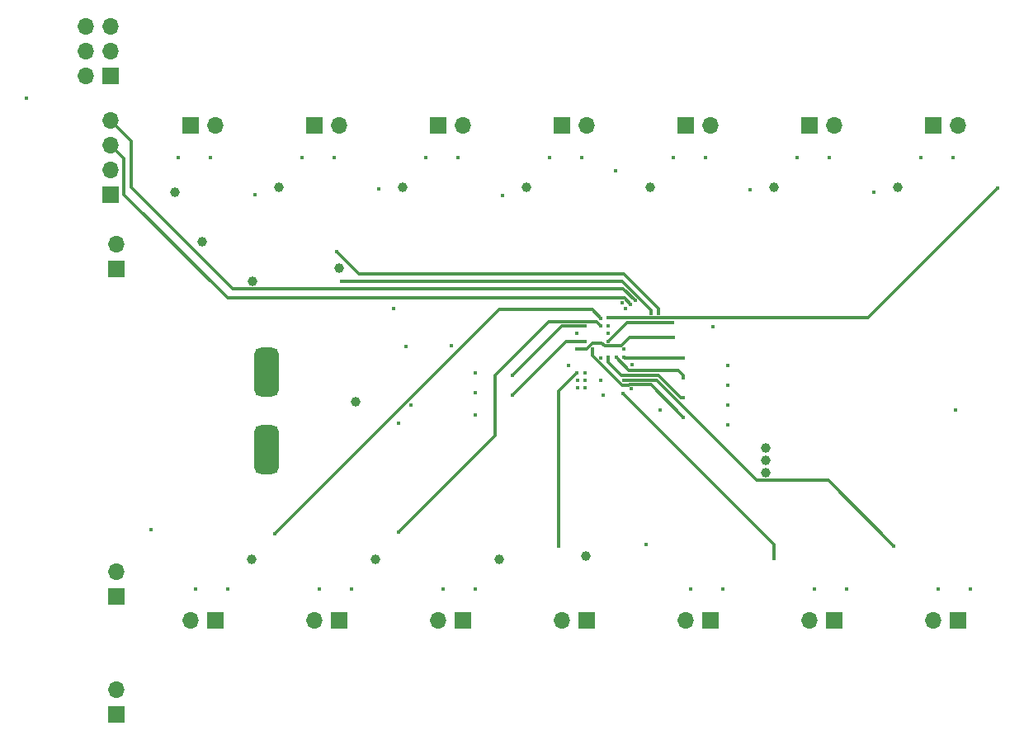
<source format=gbr>
%TF.GenerationSoftware,KiCad,Pcbnew,6.0.0*%
%TF.CreationDate,2022-01-12T20:58:30-05:00*%
%TF.ProjectId,output-board,6f757470-7574-42d6-926f-6172642e6b69,rev?*%
%TF.SameCoordinates,Original*%
%TF.FileFunction,Copper,L3,Inr*%
%TF.FilePolarity,Positive*%
%FSLAX46Y46*%
G04 Gerber Fmt 4.6, Leading zero omitted, Abs format (unit mm)*
G04 Created by KiCad (PCBNEW 6.0.0) date 2022-01-12 20:58:30*
%MOMM*%
%LPD*%
G01*
G04 APERTURE LIST*
G04 Aperture macros list*
%AMRoundRect*
0 Rectangle with rounded corners*
0 $1 Rounding radius*
0 $2 $3 $4 $5 $6 $7 $8 $9 X,Y pos of 4 corners*
0 Add a 4 corners polygon primitive as box body*
4,1,4,$2,$3,$4,$5,$6,$7,$8,$9,$2,$3,0*
0 Add four circle primitives for the rounded corners*
1,1,$1+$1,$2,$3*
1,1,$1+$1,$4,$5*
1,1,$1+$1,$6,$7*
1,1,$1+$1,$8,$9*
0 Add four rect primitives between the rounded corners*
20,1,$1+$1,$2,$3,$4,$5,0*
20,1,$1+$1,$4,$5,$6,$7,0*
20,1,$1+$1,$6,$7,$8,$9,0*
20,1,$1+$1,$8,$9,$2,$3,0*%
G04 Aperture macros list end*
%TA.AperFunction,ComponentPad*%
%ADD10R,1.700000X1.700000*%
%TD*%
%TA.AperFunction,ComponentPad*%
%ADD11O,1.700000X1.700000*%
%TD*%
%TA.AperFunction,ComponentPad*%
%ADD12RoundRect,0.625000X0.625000X-1.875000X0.625000X1.875000X-0.625000X1.875000X-0.625000X-1.875000X0*%
%TD*%
%TA.AperFunction,ViaPad*%
%ADD13C,0.400000*%
%TD*%
%TA.AperFunction,ViaPad*%
%ADD14C,1.000000*%
%TD*%
%TA.AperFunction,Conductor*%
%ADD15C,0.300000*%
%TD*%
G04 APERTURE END LIST*
D10*
%TO.N,Net-(D5-Pad1)*%
%TO.C,J8*%
X85979000Y-42724000D03*
D11*
%TO.N,+12V*%
X88519000Y-42724000D03*
%TD*%
D10*
%TO.N,Net-(J6-Pad1)*%
%TO.C,J6*%
X40259000Y-57404000D03*
D11*
%TO.N,Net-(J6-Pad2)*%
X40259000Y-54864000D03*
%TD*%
D10*
%TO.N,GND*%
%TO.C,J20*%
X88519000Y-93524000D03*
D11*
%TO.N,Net-(U3-PadH2)*%
X85979000Y-93524000D03*
%TD*%
D10*
%TO.N,Net-(D10-Pad1)*%
%TO.C,J13*%
X63119000Y-93524000D03*
D11*
%TO.N,+12V*%
X60579000Y-93524000D03*
%TD*%
D10*
%TO.N,Net-(D8-Pad1)*%
%TO.C,J11*%
X124079000Y-42724000D03*
D11*
%TO.N,+12V*%
X126619000Y-42724000D03*
%TD*%
D10*
%TO.N,GND*%
%TO.C,J19*%
X39624000Y-37592000D03*
D11*
%TO.N,Net-(J19-Pad2)*%
X37084000Y-37592000D03*
%TO.N,Net-(J19-Pad3)*%
X39624000Y-35052000D03*
%TO.N,Net-(J19-Pad4)*%
X37084000Y-35052000D03*
%TO.N,Net-(J19-Pad5)*%
X39624000Y-32512000D03*
%TO.N,Net-(J19-Pad6)*%
X37084000Y-32512000D03*
%TD*%
D10*
%TO.N,GND*%
%TO.C,J4*%
X40259000Y-103124000D03*
D11*
%TO.N,+5V*%
X40259000Y-100584000D03*
%TD*%
D10*
%TO.N,Net-(D3-Pad1)*%
%TO.C,J2*%
X60579000Y-42724000D03*
D11*
%TO.N,+12V*%
X63119000Y-42724000D03*
%TD*%
D10*
%TO.N,Net-(D4-Pad1)*%
%TO.C,J7*%
X73279000Y-42724000D03*
D11*
%TO.N,+12V*%
X75819000Y-42724000D03*
%TD*%
D10*
%TO.N,Net-(D6-Pad1)*%
%TO.C,J9*%
X98679000Y-42724000D03*
D11*
%TO.N,+12V*%
X101219000Y-42724000D03*
%TD*%
D10*
%TO.N,Net-(D7-Pad1)*%
%TO.C,J10*%
X111379000Y-42724000D03*
D11*
%TO.N,+12V*%
X113919000Y-42724000D03*
%TD*%
D10*
%TO.N,Net-(D12-Pad1)*%
%TO.C,J16*%
X113919000Y-93524000D03*
D11*
%TO.N,+12V*%
X111379000Y-93524000D03*
%TD*%
D10*
%TO.N,Net-(J14-Pad1)*%
%TO.C,J14*%
X40259000Y-91064000D03*
D11*
%TO.N,+5V*%
X40259000Y-88524000D03*
%TD*%
D10*
%TO.N,Net-(D11-Pad1)*%
%TO.C,J15*%
X126619000Y-93524000D03*
D11*
%TO.N,+12V*%
X124079000Y-93524000D03*
%TD*%
D10*
%TO.N,Net-(D13-Pad1)*%
%TO.C,J17*%
X101219000Y-93524000D03*
D11*
%TO.N,+12V*%
X98679000Y-93524000D03*
%TD*%
D10*
%TO.N,Net-(D9-Pad1)*%
%TO.C,J12*%
X75819000Y-93524000D03*
D11*
%TO.N,+12V*%
X73279000Y-93524000D03*
%TD*%
D10*
%TO.N,Net-(D1-Pad1)*%
%TO.C,J1*%
X47879000Y-42724000D03*
D11*
%TO.N,+12V*%
X50419000Y-42724000D03*
%TD*%
D12*
%TO.N,GND*%
%TO.C,J3*%
X55619000Y-68059000D03*
%TO.N,+12V*%
X55619000Y-75959000D03*
%TD*%
D10*
%TO.N,Net-(D2-Pad1)*%
%TO.C,J18*%
X50419000Y-93524000D03*
D11*
%TO.N,+12V*%
X47879000Y-93524000D03*
%TD*%
D10*
%TO.N,GND*%
%TO.C,J5*%
X39624000Y-49784000D03*
D11*
%TO.N,+5V*%
X39624000Y-47244000D03*
%TO.N,/SWCLK*%
X39624000Y-44704000D03*
%TO.N,/SWDIO*%
X39624000Y-42164000D03*
%TD*%
D13*
%TO.N,+12V*%
X30988000Y-39878000D03*
%TO.N,/MOSFET-sheet/INPUT*%
X89907801Y-68894435D03*
X43815000Y-84201000D03*
%TO.N,GND*%
X102997000Y-67310000D03*
X101422200Y-63347600D03*
X69204000Y-73279000D03*
D14*
X120396000Y-49022000D03*
D13*
X68707000Y-61468000D03*
D14*
X64793724Y-71053131D03*
D13*
X69977000Y-65405000D03*
D14*
X94996000Y-49022000D03*
X88392000Y-86868000D03*
X107696000Y-49022000D03*
D13*
X74599800Y-65328800D03*
D14*
X106817197Y-77089000D03*
X49022000Y-54610000D03*
D13*
X87503000Y-64066271D03*
D14*
X106894935Y-75819000D03*
X54102000Y-87249000D03*
D13*
X102997000Y-69342000D03*
D14*
X69596000Y-49022000D03*
X56896000Y-49022000D03*
X54229000Y-58674000D03*
X82296000Y-49022000D03*
D13*
X102997000Y-73406000D03*
D14*
X66802000Y-87249000D03*
D13*
X126365000Y-71882000D03*
X77089000Y-72390000D03*
X102997000Y-71374000D03*
D14*
X79502000Y-87249000D03*
D13*
X92303036Y-65664767D03*
X77089000Y-68072000D03*
D14*
X46203882Y-49548652D03*
X106866720Y-78359000D03*
D13*
X70474000Y-71374000D03*
X77089000Y-70104000D03*
D14*
X63096725Y-57384859D03*
D13*
X86639400Y-67310000D03*
%TO.N,/MOSFET-sheet1/INPUT*%
X54483000Y-49784000D03*
X90170000Y-70358000D03*
%TO.N,/MOSFET-sheet2/INPUT*%
X89964348Y-66565398D03*
X67188000Y-49256306D03*
%TO.N,/MOSFET-sheet6/INPUT*%
X117983000Y-49530000D03*
X90710808Y-63275121D03*
%TO.N,Net-(MOSFET6-Pad1)*%
X110114000Y-45969000D03*
X113416000Y-45969000D03*
%TO.N,/MOSFET-sheet5/INPUT*%
X90713428Y-64074170D03*
X105283000Y-49276000D03*
%TO.N,Net-(MOSFET5-Pad1)*%
X100716000Y-45969000D03*
X97414000Y-45969000D03*
%TO.N,Net-(MOSFET2-Pad1)*%
X62616000Y-45969000D03*
X59314000Y-45969000D03*
%TO.N,Net-(MOSFET18-Pad1)*%
X48382000Y-90279000D03*
X51684000Y-90279000D03*
%TO.N,/MOSFET-sheet4/INPUT*%
X91440000Y-47371000D03*
X92137149Y-60877541D03*
%TO.N,Net-(MOSFET4-Pad1)*%
X88016000Y-45969000D03*
X84714000Y-45969000D03*
%TO.N,Net-(MOSFET1-Pad1)*%
X46614000Y-45969000D03*
X49916000Y-45969000D03*
%TO.N,/MOSFET-sheet3/INPUT*%
X92430600Y-61468000D03*
X79883000Y-49911000D03*
%TO.N,Net-(MOSFET3-Pad1)*%
X72014000Y-45969000D03*
X75316000Y-45969000D03*
%TO.N,/Ignition MOSFET/INPUT*%
X94615000Y-85725000D03*
X93091000Y-69723000D03*
%TO.N,Net-(MOSFET13-Pad1)*%
X99182000Y-90279000D03*
X102484000Y-90279000D03*
%TO.N,/MOSFET-sheet11/INPUT*%
X92202000Y-70231000D03*
X107696000Y-87122000D03*
%TO.N,Net-(MOSFET12-Pad1)*%
X115184000Y-90279000D03*
X111882000Y-90279000D03*
%TO.N,/MOSFET-sheet10/INPUT*%
X92306943Y-68872424D03*
X120015000Y-85852000D03*
%TO.N,Net-(MOSFET11-Pad1)*%
X124582000Y-90279000D03*
X127884000Y-90279000D03*
%TO.N,/MOSFET-sheet9/INPUT*%
X89916000Y-62484000D03*
X56515000Y-84582000D03*
%TO.N,Net-(MOSFET9-Pad1)*%
X61082000Y-90279000D03*
X64384000Y-90279000D03*
%TO.N,/MOSFET-sheet8/INPUT*%
X89910724Y-63251047D03*
X69215000Y-84455000D03*
%TO.N,Net-(MOSFET8-Pad1)*%
X77084000Y-90279000D03*
X73782000Y-90279000D03*
%TO.N,/MOSFET-sheet7/INPUT*%
X130683000Y-49149000D03*
X90693199Y-62460042D03*
%TO.N,Net-(MOSFET7-Pad1)*%
X126116000Y-45969000D03*
X122814000Y-45969000D03*
%TO.N,Net-(R1-Pad1)*%
X97256600Y-62941200D03*
X90706818Y-64862143D03*
%TO.N,Net-(J14-Pad1)*%
X93113555Y-67276965D03*
X96037400Y-71932800D03*
%TO.N,+3V3*%
X90715667Y-66465676D03*
X91505748Y-66469598D03*
X98425000Y-70612000D03*
X80899000Y-68326000D03*
X89098511Y-65666387D03*
X92303036Y-66470365D03*
X80899000Y-70358000D03*
X88311746Y-63272462D03*
X88303886Y-64857459D03*
X98425000Y-72644000D03*
X98425000Y-66548000D03*
X98425000Y-68580000D03*
%TO.N,/SWCLK*%
X92989400Y-61061600D03*
%TO.N,/SWDIO*%
X93446600Y-60655200D03*
%TO.N,/CAN_TX*%
X95123000Y-61976000D03*
X63373000Y-58674000D03*
%TO.N,/CAN_RX*%
X95885000Y-62010542D03*
X62865000Y-55626000D03*
%TO.N,Net-(J19-Pad2)*%
X87557300Y-68847997D03*
%TO.N,Net-(C7-Pad1)*%
X87497410Y-65668358D03*
X97358200Y-64465200D03*
%TO.N,Net-(J19-Pad3)*%
X87532325Y-69620101D03*
%TO.N,Net-(J19-Pad4)*%
X88284566Y-68071201D03*
%TO.N,Net-(J19-Pad5)*%
X88307800Y-68894434D03*
%TO.N,Net-(J19-Pad6)*%
X88313752Y-69641546D03*
%TO.N,Net-(U3-PadH2)*%
X87503000Y-68072000D03*
X85598000Y-85852000D03*
%TD*%
D15*
%TO.N,/MOSFET-sheet11/INPUT*%
X107696000Y-87122000D02*
X107696000Y-85725000D01*
X107696000Y-85725000D02*
X92202000Y-70231000D01*
%TO.N,/MOSFET-sheet10/INPUT*%
X92306943Y-68872424D02*
X95669424Y-68872424D01*
X95669424Y-68872424D02*
X105905511Y-79108511D01*
X113271511Y-79108511D02*
X120015000Y-85852000D01*
X105905511Y-79108511D02*
X113271511Y-79108511D01*
%TO.N,/MOSFET-sheet9/INPUT*%
X79484289Y-61612711D02*
X89044711Y-61612711D01*
X89044711Y-61612711D02*
X89916000Y-62484000D01*
X56515000Y-84582000D02*
X79484289Y-61612711D01*
%TO.N,/MOSFET-sheet8/INPUT*%
X89910724Y-63251047D02*
X89482628Y-62822951D01*
X89482628Y-62822951D02*
X84624049Y-62822951D01*
X79121000Y-68326000D02*
X79121000Y-74549000D01*
X84624049Y-62822951D02*
X79121000Y-68326000D01*
X79121000Y-74549000D02*
X69215000Y-84455000D01*
%TO.N,/MOSFET-sheet7/INPUT*%
X117371958Y-62460042D02*
X130683000Y-49149000D01*
X90693199Y-62460042D02*
X117371958Y-62460042D01*
%TO.N,Net-(R1-Pad1)*%
X90706818Y-64862143D02*
X92627761Y-62941200D01*
X92627761Y-62941200D02*
X97256600Y-62941200D01*
%TO.N,+3V3*%
X92836294Y-69342000D02*
X92904805Y-69273489D01*
X80899000Y-70358000D02*
X81026000Y-70231000D01*
X92075000Y-68326000D02*
X90715667Y-66966667D01*
X90715667Y-66966667D02*
X90715667Y-66465676D01*
X91505748Y-66486748D02*
X92837000Y-67818000D01*
X92380671Y-66548000D02*
X92303036Y-66470365D01*
X97917000Y-67818000D02*
X98425000Y-68326000D01*
X91505748Y-66469598D02*
X91505748Y-66486748D01*
X95885000Y-68326000D02*
X92075000Y-68326000D01*
X81026000Y-70231000D02*
X86399541Y-64857459D01*
X85952538Y-63272462D02*
X80899000Y-68326000D01*
X98425000Y-70612000D02*
X98171000Y-70612000D01*
X98425000Y-68326000D02*
X98425000Y-68580000D01*
X89098511Y-65666387D02*
X89098511Y-66335267D01*
X92904805Y-69273489D02*
X95054489Y-69273489D01*
X98171000Y-70612000D02*
X95885000Y-68326000D01*
X88311746Y-63272462D02*
X85952538Y-63272462D01*
X92105244Y-69342000D02*
X92836294Y-69342000D01*
X86399541Y-64857459D02*
X88303886Y-64857459D01*
X89098511Y-66335267D02*
X92105244Y-69342000D01*
X98425000Y-66548000D02*
X92380671Y-66548000D01*
X92837000Y-67818000D02*
X97917000Y-67818000D01*
X95054489Y-69273489D02*
X98425000Y-72644000D01*
%TO.N,/SWCLK*%
X51665030Y-60428030D02*
X41021000Y-49784000D01*
X41021000Y-46101000D02*
X39624000Y-44704000D01*
X41021000Y-49784000D02*
X41021000Y-46101000D01*
X92355830Y-60428030D02*
X51665030Y-60428030D01*
X92989400Y-61061600D02*
X92355830Y-60428030D01*
%TO.N,/SWDIO*%
X93446600Y-60655200D02*
X92227400Y-59436000D01*
X41783000Y-49022000D02*
X41783000Y-44323000D01*
X41783000Y-44323000D02*
X39624000Y-42164000D01*
X52197000Y-59436000D02*
X41783000Y-49022000D01*
X92227400Y-59436000D02*
X52197000Y-59436000D01*
%TO.N,/CAN_TX*%
X95123000Y-61695894D02*
X92101106Y-58674000D01*
X95123000Y-61976000D02*
X95123000Y-61695894D01*
X92101106Y-58674000D02*
X63373000Y-58674000D01*
%TO.N,/CAN_RX*%
X65151000Y-57912000D02*
X62865000Y-55626000D01*
X66167000Y-57912000D02*
X65151000Y-57912000D01*
X92329000Y-57912000D02*
X66167000Y-57912000D01*
X95885000Y-61468000D02*
X92329000Y-57912000D01*
X95885000Y-62010542D02*
X95885000Y-61468000D01*
%TO.N,Net-(C7-Pad1)*%
X87497410Y-65668358D02*
X88460834Y-65668358D01*
X92866898Y-64465200D02*
X97358200Y-64465200D01*
X88460834Y-65668358D02*
X89105192Y-65024000D01*
X92020444Y-65311654D02*
X92866898Y-64465200D01*
X90330654Y-65311654D02*
X92020444Y-65311654D01*
X89105192Y-65024000D02*
X90043000Y-65024000D01*
X90043000Y-65024000D02*
X90330654Y-65311654D01*
%TO.N,Net-(U3-PadH2)*%
X85598000Y-69977000D02*
X87503000Y-68072000D01*
X85598000Y-85852000D02*
X85598000Y-69977000D01*
%TD*%
M02*

</source>
